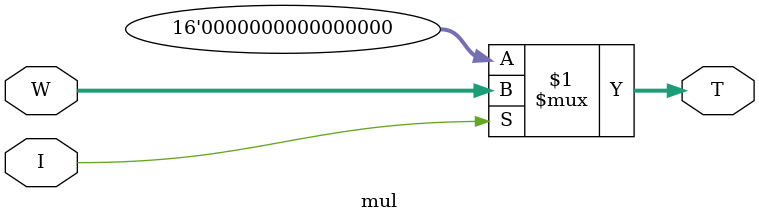
<source format=v>
module mul(W,I,T);
  input signed [15:0] W;
  input I;
  output signed [15:0] T;
  
     assign T=I?W:16'b0;
endmodule
  

</source>
